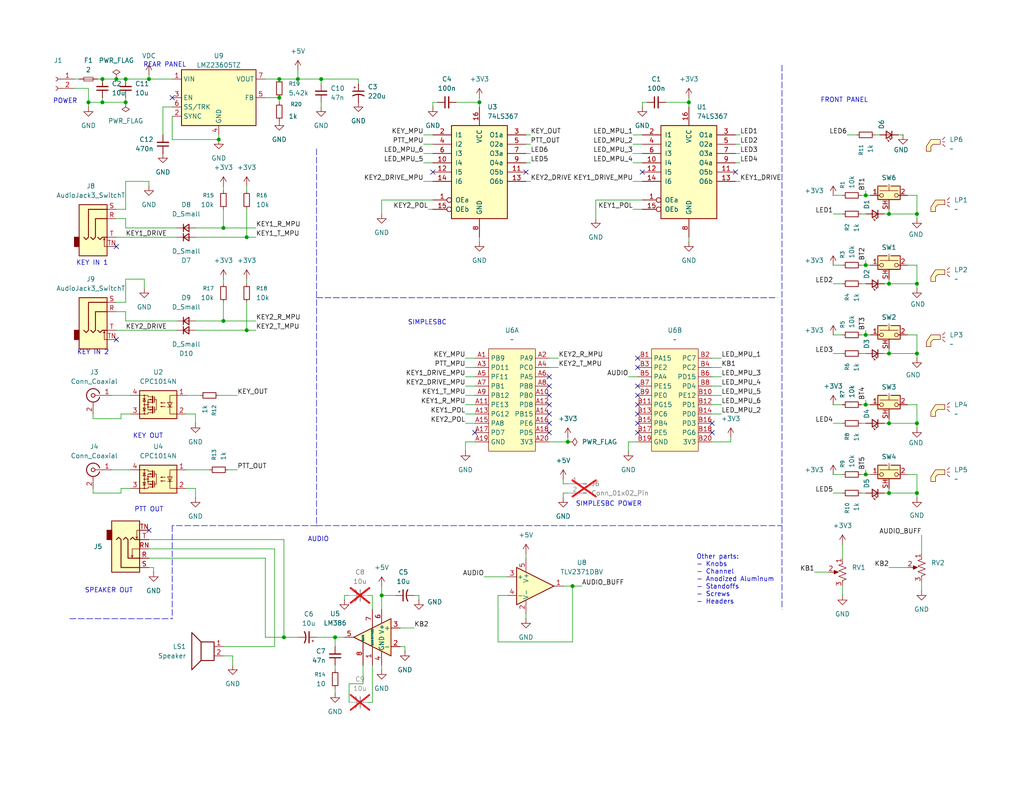
<source format=kicad_sch>
(kicad_sch (version 20250114) (generator "eeschema") (generator_version "9.0")
  (paper "USLetter")
  (text "SPEAKER OUT" (at 29.718 161.29 0) (effects (font (size 1.27 1.27))))
  (text "SIMPLESBC POWER" (at 166.116 137.668 0) (effects (font (size 1.27 1.27))))
  (text "KEY IN 1" (at 25.146 71.882 0) (effects (font (size 1.27 1.27))))
  (text "FRONT PANEL" (at 230.378 27.432 0) (effects (font (size 1.27 1.27))))
  (text "KEY OUT" (at 40.386 119.126 0) (effects (font (size 1.27 1.27))))
  (text "SIMPLESBC" (at 116.586 88.138 0) (effects (font (size 1.27 1.27))))
  (text "KEY IN 2" (at 25.4 96.266 0) (effects (font (size 1.27 1.27))))
  (text "REAR PANEL" (at 44.958 17.78 0) (effects (font (size 1.27 1.27))))
  (text "POWER" (at 17.78 27.686 0) (effects (font (size 1.27 1.27))))
  (text "PTT OUT" (at 40.64 139.192 0) (effects (font (size 1.27 1.27))))
  (text "Other parts:\n- Knobs\n- Channel\n- Anodized Aluminum\n- Standoffs\n- Screws\n- Headers" (at 189.992 158.242 0) (effects (font (size 1.27 1.27)) (justify left)))
  (text "AUDIO" (at 86.868 147.32 0) (effects (font (size 1.27 1.27))))
  (junction (at 91.44 173.99))
  (junction (at 250.19 58.42))
  (junction (at 242.57 96.52))
  (junction (at 236.22 53.34))
  (junction (at 77.47 173.99))
  (junction (at 130.81 27.94))
  (junction (at 40.64 21.59))
  (junction (at 59.69 38.1))
  (junction (at 34.29 27.94))
  (junction (at 27.94 27.94))
  (junction (at 236.22 129.54))
  (junction (at 67.31 90.17))
  (junction (at 104.14 162.56))
  (junction (at 242.57 134.62))
  (junction (at 250.19 77.47))
  (junction (at 31.75 21.59))
  (junction (at 67.31 64.77))
  (junction (at 236.22 72.39))
  (junction (at 87.63 21.59))
  (junction (at 236.22 110.49))
  (junction (at 60.96 87.63))
  (junction (at 76.2 21.59))
  (junction (at 60.96 62.23))
  (junction (at 250.19 115.57))
  (junction (at 154.94 120.65))
  (junction (at 81.28 21.59))
  (junction (at 187.96 27.94))
  (junction (at 34.29 21.59))
  (junction (at 27.94 21.59))
  (junction (at 242.57 115.57))
  (junction (at 76.2 26.67))
  (junction (at 242.57 58.42))
  (junction (at 24.13 27.94))
  (junction (at 156.21 160.02))
  (junction (at 250.19 96.52))
  (junction (at 250.19 134.62))
  (junction (at 242.57 77.47))
  (junction (at 236.22 91.44))
  (no_connect (at 194.31 115.57))
  (no_connect (at 149.86 110.49))
  (no_connect (at 173.99 105.41))
  (no_connect (at 194.31 118.11))
  (no_connect (at 173.99 118.11))
  (no_connect (at 149.86 105.41))
  (no_connect (at 31.75 92.71))
  (no_connect (at 173.99 110.49))
  (no_connect (at 173.99 113.03))
  (no_connect (at 149.86 118.11))
  (no_connect (at 149.86 107.95))
  (no_connect (at 31.75 67.31))
  (no_connect (at 40.64 144.78))
  (no_connect (at 173.99 107.95))
  (no_connect (at 143.51 46.99))
  (no_connect (at 149.86 115.57))
  (no_connect (at 149.86 102.87))
  (no_connect (at 118.11 46.99))
  (no_connect (at 200.66 46.99))
  (no_connect (at 46.99 26.67))
  (no_connect (at 129.54 118.11))
  (no_connect (at 173.99 115.57))
  (no_connect (at 175.26 46.99))
  (no_connect (at 173.99 97.79))
  (no_connect (at 173.99 100.33))
  (no_connect (at 149.86 113.03))
  (wire (pts (xy 25.4 113.03) (xy 25.4 114.3)))
  (wire (pts (xy 63.5 181.61) (xy 63.5 179.07)))
  (polyline (pts (xy 86.36 143.51) (xy 213.36 143.51)) (stroke (width 0) (type dash)))
  (wire (pts (xy 101.6 191.77) (xy 101.6 181.61)))
  (wire (pts (xy 60.96 87.63) (xy 69.85 87.63)))
  (wire (pts (xy 72.39 21.59) (xy 76.2 21.59)))
  (wire (pts (xy 251.46 158.75) (xy 251.46 161.29)))
  (wire (pts (xy 143.51 41.91) (xy 144.78 41.91)))
  (wire (pts (xy 72.39 152.4) (xy 72.39 173.99)))
  (wire (pts (xy 44.45 29.21) (xy 46.99 29.21)))
  (wire (pts (xy 59.69 36.83) (xy 59.69 38.1)))
  (wire (pts (xy 242.57 95.25) (xy 242.57 96.52)))
  (wire (pts (xy 113.03 171.45) (xy 109.22 171.45)))
  (wire (pts (xy 34.29 49.53) (xy 34.29 57.15)))
  (wire (pts (xy 115.57 41.91) (xy 118.11 41.91)))
  (wire (pts (xy 234.95 91.44) (xy 236.22 91.44)))
  (wire (pts (xy 100.33 191.77) (xy 101.6 191.77)))
  (wire (pts (xy 171.45 102.87) (xy 173.99 102.87)))
  (wire (pts (xy 27.94 26.67) (xy 27.94 27.94)))
  (wire (pts (xy 242.57 114.3) (xy 242.57 115.57)))
  (wire (pts (xy 60.96 87.63) (xy 53.34 87.63)))
  (wire (pts (xy 74.93 149.86) (xy 40.64 149.86)))
  (wire (pts (xy 77.47 173.99) (xy 81.28 173.99)))
  (wire (pts (xy 60.96 62.23) (xy 69.85 62.23)))
  (wire (pts (xy 250.19 116.84) (xy 250.19 115.57)))
  (wire (pts (xy 33.02 113.03) (xy 35.56 113.03)))
  (wire (pts (xy 194.31 100.33) (xy 196.85 100.33)))
  (wire (pts (xy 162.56 54.61) (xy 175.26 54.61)))
  (wire (pts (xy 234.95 72.39) (xy 236.22 72.39)))
  (wire (pts (xy 40.64 20.32) (xy 40.64 21.59)))
  (wire (pts (xy 251.46 146.05) (xy 251.46 151.13)))
  (wire (pts (xy 135.89 162.56) (xy 135.89 175.26)))
  (wire (pts (xy 250.19 77.47) (xy 250.19 72.39)))
  (wire (pts (xy 114.3 163.83) (xy 114.3 162.56)))
  (wire (pts (xy 187.96 27.94) (xy 187.96 29.21)))
  (wire (pts (xy 242.57 77.47) (xy 250.19 77.47)))
  (wire (pts (xy 234.95 110.49) (xy 236.22 110.49)))
  (wire (pts (xy 24.13 24.13) (xy 20.32 24.13)))
  (wire (pts (xy 35.56 128.27) (xy 30.48 128.27)))
  (wire (pts (xy 194.31 107.95) (xy 196.85 107.95)))
  (wire (pts (xy 227.33 96.52) (xy 229.87 96.52)))
  (wire (pts (xy 127 105.41) (xy 129.54 105.41)))
  (wire (pts (xy 124.46 27.94) (xy 130.81 27.94)))
  (wire (pts (xy 46.99 38.1) (xy 59.69 38.1)))
  (wire (pts (xy 250.19 58.42) (xy 250.19 53.34)))
  (wire (pts (xy 33.02 134.62) (xy 33.02 133.35)))
  (wire (pts (xy 149.86 100.33) (xy 152.4 100.33)))
  (wire (pts (xy 242.57 133.35) (xy 242.57 134.62)))
  (wire (pts (xy 91.44 187.96) (xy 91.44 189.23)))
  (wire (pts (xy 242.57 134.62) (xy 250.19 134.62)))
  (wire (pts (xy 130.81 64.77) (xy 130.81 66.04)))
  (wire (pts (xy 26.67 21.59) (xy 27.94 21.59)))
  (wire (pts (xy 114.3 162.56) (xy 113.03 162.56)))
  (wire (pts (xy 156.21 160.02) (xy 158.75 160.02)))
  (wire (pts (xy 130.81 26.67) (xy 130.81 27.94)))
  (wire (pts (xy 39.37 76.2) (xy 34.29 76.2)))
  (wire (pts (xy 242.57 76.2) (xy 242.57 77.47)))
  (wire (pts (xy 67.31 90.17) (xy 69.85 90.17)))
  (wire (pts (xy 40.64 49.53) (xy 40.64 50.8)))
  (wire (pts (xy 227.33 72.39) (xy 229.87 72.39)))
  (wire (pts (xy 91.44 173.99) (xy 91.44 176.53)))
  (wire (pts (xy 250.19 97.79) (xy 250.19 96.52)))
  (wire (pts (xy 81.28 19.05) (xy 81.28 21.59)))
  (wire (pts (xy 236.22 90.17) (xy 236.22 91.44)))
  (wire (pts (xy 24.13 29.21) (xy 24.13 27.94)))
  (wire (pts (xy 227.33 129.54) (xy 229.87 129.54)))
  (wire (pts (xy 199.39 120.65) (xy 194.31 120.65)))
  (wire (pts (xy 250.19 134.62) (xy 250.19 129.54)))
  (wire (pts (xy 199.39 119.38) (xy 199.39 120.65)))
  (wire (pts (xy 171.45 120.65) (xy 173.99 120.65)))
  (wire (pts (xy 194.31 113.03) (xy 196.85 113.03)))
  (wire (pts (xy 234.95 129.54) (xy 236.22 129.54)))
  (wire (pts (xy 226.06 156.21) (xy 222.25 156.21)))
  (wire (pts (xy 247.65 72.39) (xy 250.19 72.39)))
  (wire (pts (xy 156.21 175.26) (xy 156.21 160.02)))
  (wire (pts (xy 34.29 49.53) (xy 40.64 49.53)))
  (wire (pts (xy 34.29 87.63) (xy 48.26 87.63)))
  (wire (pts (xy 143.51 44.45) (xy 144.78 44.45)))
  (wire (pts (xy 236.22 129.54) (xy 237.49 129.54)))
  (wire (pts (xy 104.14 162.56) (xy 104.14 166.37)))
  (wire (pts (xy 172.72 41.91) (xy 175.26 41.91)))
  (wire (pts (xy 172.72 57.15) (xy 175.26 57.15)))
  (wire (pts (xy 236.22 91.44) (xy 237.49 91.44)))
  (wire (pts (xy 104.14 160.02) (xy 104.14 162.56)))
  (wire (pts (xy 236.22 110.49) (xy 237.49 110.49)))
  (wire (pts (xy 236.22 53.34) (xy 237.49 53.34)))
  (wire (pts (xy 238.76 36.83) (xy 240.03 36.83)))
  (wire (pts (xy 44.45 36.83) (xy 44.45 29.21)))
  (wire (pts (xy 241.3 134.62) (xy 242.57 134.62)))
  (wire (pts (xy 115.57 49.53) (xy 118.11 49.53)))
  (wire (pts (xy 67.31 57.15) (xy 67.31 64.77)))
  (wire (pts (xy 227.33 91.44) (xy 229.87 91.44)))
  (wire (pts (xy 143.51 39.37) (xy 144.78 39.37)))
  (wire (pts (xy 39.37 78.74) (xy 39.37 76.2)))
  (wire (pts (xy 63.5 179.07) (xy 60.96 179.07)))
  (wire (pts (xy 172.72 44.45) (xy 175.26 44.45)))
  (wire (pts (xy 60.96 57.15) (xy 60.96 62.23)))
  (wire (pts (xy 33.02 133.35) (xy 35.56 133.35)))
  (wire (pts (xy 154.94 132.08) (xy 153.67 132.08)))
  (wire (pts (xy 77.47 147.32) (xy 77.47 173.99)))
  (polyline (pts (xy 46.99 143.51) (xy 46.99 168.91)) (stroke (width 0) (type dash)))
  (wire (pts (xy 67.31 90.17) (xy 53.34 90.17)))
  (wire (pts (xy 27.94 21.59) (xy 31.75 21.59)))
  (wire (pts (xy 135.89 175.26) (xy 156.21 175.26)))
  (wire (pts (xy 241.3 115.57) (xy 242.57 115.57)))
  (wire (pts (xy 227.33 110.49) (xy 229.87 110.49)))
  (wire (pts (xy 62.23 128.27) (xy 64.77 128.27)))
  (wire (pts (xy 227.33 77.47) (xy 229.87 77.47)))
  (wire (pts (xy 143.51 49.53) (xy 144.78 49.53)))
  (wire (pts (xy 245.11 36.83) (xy 246.38 36.83)))
  (wire (pts (xy 127 100.33) (xy 129.54 100.33)))
  (wire (pts (xy 87.63 21.59) (xy 87.63 22.86)))
  (wire (pts (xy 76.2 26.67) (xy 76.2 27.94)))
  (wire (pts (xy 200.66 41.91) (xy 201.93 41.91)))
  (wire (pts (xy 130.81 27.94) (xy 130.81 29.21)))
  (wire (pts (xy 236.22 72.39) (xy 237.49 72.39)))
  (wire (pts (xy 175.26 27.94) (xy 176.53 27.94)))
  (wire (pts (xy 250.19 96.52) (xy 250.19 91.44)))
  (wire (pts (xy 247.65 129.54) (xy 250.19 129.54)))
  (wire (pts (xy 24.13 27.94) (xy 24.13 24.13)))
  (wire (pts (xy 116.84 57.15) (xy 118.11 57.15)))
  (polyline (pts (xy 86.36 40.64) (xy 86.36 143.51)) (stroke (width 0) (type dash)))
  (wire (pts (xy 187.96 26.67) (xy 187.96 27.94)))
  (wire (pts (xy 227.33 58.42) (xy 229.87 58.42)))
  (wire (pts (xy 153.67 130.81) (xy 153.67 132.08)))
  (wire (pts (xy 67.31 64.77) (xy 53.34 64.77)))
  (wire (pts (xy 50.8 128.27) (xy 57.15 128.27)))
  (wire (pts (xy 247.65 53.34) (xy 250.19 53.34)))
  (wire (pts (xy 234.95 134.62) (xy 236.22 134.62)))
  (wire (pts (xy 236.22 109.22) (xy 236.22 110.49)))
  (wire (pts (xy 107.95 162.56) (xy 104.14 162.56)))
  (wire (pts (xy 250.19 78.74) (xy 250.19 77.47)))
  (wire (pts (xy 231.14 36.83) (xy 233.68 36.83)))
  (wire (pts (xy 138.43 162.56) (xy 135.89 162.56)))
  (wire (pts (xy 127 102.87) (xy 129.54 102.87)))
  (wire (pts (xy 104.14 181.61) (xy 104.14 182.88)))
  (wire (pts (xy 234.95 115.57) (xy 236.22 115.57)))
  (wire (pts (xy 104.14 54.61) (xy 104.14 58.42)))
  (wire (pts (xy 93.98 163.83) (xy 93.98 162.56)))
  (wire (pts (xy 41.91 154.94) (xy 41.91 156.21)))
  (wire (pts (xy 149.86 97.79) (xy 152.4 97.79)))
  (wire (pts (xy 93.98 162.56) (xy 95.25 162.56)))
  (wire (pts (xy 76.2 21.59) (xy 81.28 21.59)))
  (wire (pts (xy 60.96 50.8) (xy 60.96 52.07)))
  (wire (pts (xy 86.36 173.99) (xy 91.44 173.99)))
  (wire (pts (xy 53.34 133.35) (xy 53.34 135.89)))
  (wire (pts (xy 100.33 162.56) (xy 101.6 162.56)))
  (polyline (pts (xy 213.36 17.78) (xy 213.36 166.37)) (stroke (width 0) (type dash)))
  (wire (pts (xy 99.06 181.61) (xy 99.06 186.69)))
  (wire (pts (xy 241.3 77.47) (xy 242.57 77.47)))
  (wire (pts (xy 143.51 36.83) (xy 144.78 36.83)))
  (wire (pts (xy 93.98 173.99) (xy 91.44 173.99)))
  (wire (pts (xy 31.75 57.15) (xy 34.29 57.15)))
  (wire (pts (xy 115.57 36.83) (xy 118.11 36.83)))
  (wire (pts (xy 74.93 149.86) (xy 74.93 176.53)))
  (wire (pts (xy 59.69 107.95) (xy 64.77 107.95)))
  (wire (pts (xy 72.39 26.67) (xy 76.2 26.67)))
  (wire (pts (xy 40.64 21.59) (xy 46.99 21.59)))
  (wire (pts (xy 153.67 135.89) (xy 153.67 134.62)))
  (wire (pts (xy 25.4 134.62) (xy 33.02 134.62)))
  (wire (pts (xy 241.3 58.42) (xy 242.57 58.42)))
  (wire (pts (xy 234.95 77.47) (xy 236.22 77.47)))
  (wire (pts (xy 143.51 151.13) (xy 143.51 152.4)))
  (wire (pts (xy 154.94 119.38) (xy 154.94 120.65)))
  (wire (pts (xy 227.33 134.62) (xy 229.87 134.62)))
  (wire (pts (xy 67.31 50.8) (xy 67.31 52.07)))
  (wire (pts (xy 127 97.79) (xy 129.54 97.79)))
  (wire (pts (xy 34.29 59.69) (xy 34.29 62.23)))
  (wire (pts (xy 35.56 107.95) (xy 30.48 107.95)))
  (wire (pts (xy 127 110.49) (xy 129.54 110.49)))
  (wire (pts (xy 153.67 160.02) (xy 156.21 160.02)))
  (wire (pts (xy 200.66 44.45) (xy 201.93 44.45)))
  (wire (pts (xy 25.4 114.3) (xy 33.02 114.3)))
  (wire (pts (xy 236.22 52.07) (xy 236.22 53.34)))
  (wire (pts (xy 172.72 36.83) (xy 175.26 36.83)))
  (wire (pts (xy 247.65 110.49) (xy 250.19 110.49)))
  (wire (pts (xy 175.26 29.21) (xy 175.26 27.94)))
  (wire (pts (xy 162.56 54.61) (xy 162.56 59.69)))
  (wire (pts (xy 95.25 186.69) (xy 95.25 191.77)))
  (wire (pts (xy 172.72 49.53) (xy 175.26 49.53)))
  (wire (pts (xy 236.22 71.12) (xy 236.22 72.39)))
  (wire (pts (xy 234.95 96.52) (xy 236.22 96.52)))
  (wire (pts (xy 229.87 148.59) (xy 229.87 152.4)))
  (wire (pts (xy 25.4 133.35) (xy 25.4 134.62)))
  (wire (pts (xy 242.57 57.15) (xy 242.57 58.42)))
  (wire (pts (xy 247.65 91.44) (xy 250.19 91.44)))
  (wire (pts (xy 194.31 102.87) (xy 196.85 102.87)))
  (wire (pts (xy 200.66 49.53) (xy 201.93 49.53)))
  (wire (pts (xy 194.31 105.41) (xy 196.85 105.41)))
  (wire (pts (xy 181.61 27.94) (xy 187.96 27.94)))
  (wire (pts (xy 127 120.65) (xy 129.54 120.65)))
  (wire (pts (xy 115.57 44.45) (xy 118.11 44.45)))
  (wire (pts (xy 81.28 21.59) (xy 87.63 21.59)))
  (wire (pts (xy 27.94 27.94) (xy 34.29 27.94)))
  (wire (pts (xy 143.51 167.64) (xy 143.51 168.91)))
  (wire (pts (xy 24.13 27.94) (xy 27.94 27.94)))
  (wire (pts (xy 60.96 176.53) (xy 74.93 176.53)))
  (wire (pts (xy 242.57 115.57) (xy 250.19 115.57)))
  (polyline (pts (xy 19.05 168.91) (xy 46.99 168.91)) (stroke (width 0) (type dash)))
  (wire (pts (xy 171.45 123.19) (xy 171.45 120.65)))
  (wire (pts (xy 118.11 27.94) (xy 119.38 27.94)))
  (polyline (pts (xy 86.36 81.28) (xy 212.09 81.28)) (stroke (width 0) (type dash)))
  (wire (pts (xy 60.96 76.2) (xy 60.96 77.47)))
  (wire (pts (xy 40.64 147.32) (xy 77.47 147.32)))
  (wire (pts (xy 67.31 82.55) (xy 67.31 90.17)))
  (wire (pts (xy 34.29 76.2) (xy 34.29 82.55)))
  (wire (pts (xy 31.75 21.59) (xy 34.29 21.59)))
  (wire (pts (xy 99.06 186.69) (xy 95.25 186.69)))
  (wire (pts (xy 31.75 64.77) (xy 48.26 64.77)))
  (wire (pts (xy 53.34 113.03) (xy 53.34 115.57)))
  (wire (pts (xy 236.22 128.27) (xy 236.22 129.54)))
  (wire (pts (xy 20.32 21.59) (xy 21.59 21.59)))
  (wire (pts (xy 242.57 96.52) (xy 250.19 96.52)))
  (wire (pts (xy 104.14 54.61) (xy 118.11 54.61)))
  (wire (pts (xy 31.75 85.09) (xy 34.29 85.09)))
  (wire (pts (xy 194.31 110.49) (xy 196.85 110.49)))
  (wire (pts (xy 200.66 36.83) (xy 201.93 36.83)))
  (wire (pts (xy 187.96 64.77) (xy 187.96 66.04)))
  (wire (pts (xy 115.57 39.37) (xy 118.11 39.37)))
  (wire (pts (xy 31.75 82.55) (xy 34.29 82.55)))
  (wire (pts (xy 110.49 176.53) (xy 109.22 176.53)))
  (wire (pts (xy 250.19 135.89) (xy 250.19 134.62)))
  (wire (pts (xy 31.75 59.69) (xy 34.29 59.69)))
  (wire (pts (xy 127 113.03) (xy 129.54 113.03)))
  (wire (pts (xy 250.19 59.69) (xy 250.19 58.42)))
  (wire (pts (xy 127 115.57) (xy 129.54 115.57)))
  (wire (pts (xy 34.29 26.67) (xy 34.29 27.94)))
  (wire (pts (xy 60.96 62.23) (xy 53.34 62.23)))
  (wire (pts (xy 34.29 21.59) (xy 40.64 21.59)))
  (wire (pts (xy 34.29 85.09) (xy 34.29 87.63)))
  (wire (pts (xy 31.75 90.17) (xy 48.26 90.17)))
  (wire (pts (xy 54.61 107.95) (xy 50.8 107.95)))
  (wire (pts (xy 241.3 96.52) (xy 242.57 96.52)))
  (wire (pts (xy 87.63 21.59) (xy 97.79 21.59)))
  (wire (pts (xy 227.33 115.57) (xy 229.87 115.57)))
  (wire (pts (xy 97.79 21.59) (xy 97.79 22.86)))
  (wire (pts (xy 132.08 157.48) (xy 138.43 157.48)))
  (wire (pts (xy 87.63 27.94) (xy 87.63 29.21)))
  (wire (pts (xy 118.11 29.21) (xy 118.11 27.94)))
  (wire (pts (xy 229.87 160.02) (xy 229.87 162.56)))
  (polyline (pts (xy 86.36 143.51) (xy 46.99 143.51)) (stroke (width 0) (type dash)))
  (wire (pts (xy 194.31 97.79) (xy 196.85 97.79)))
  (wire (pts (xy 46.99 31.75) (xy 46.99 38.1)))
  (wire (pts (xy 60.96 82.55) (xy 60.96 87.63)))
  (wire (pts (xy 200.66 39.37) (xy 201.93 39.37)))
  (wire (pts (xy 154.94 120.65) (xy 149.86 120.65)))
  (wire (pts (xy 234.95 58.42) (xy 236.22 58.42)))
  (wire (pts (xy 227.33 53.34) (xy 229.87 53.34)))
  (wire (pts (xy 242.57 58.42) (xy 250.19 58.42)))
  (wire (pts (xy 172.72 39.37) (xy 175.26 39.37)))
  (wire (pts (xy 50.8 133.35) (xy 53.34 133.35)))
  (wire (pts (xy 34.29 62.23) (xy 48.26 62.23)))
  (wire (pts (xy 110.49 177.8) (xy 110.49 176.53)))
  (wire (pts (xy 127 123.19) (xy 127 120.65)))
  (wire (pts (xy 40.64 152.4) (xy 72.39 152.4)))
  (wire (pts (xy 91.44 181.61) (xy 91.44 182.88)))
  (wire (pts (xy 101.6 162.56) (xy 101.6 166.37)))
  (wire (pts (xy 40.64 154.94) (xy 41.91 154.94)))
  (wire (pts (xy 67.31 76.2) (xy 67.31 77.47)))
  (wire (pts (xy 127 107.95) (xy 129.54 107.95)))
  (wire (pts (xy 33.02 114.3) (xy 33.02 113.03)))
  (wire (pts (xy 247.65 154.94) (xy 242.57 154.94)))
  (wire (pts (xy 50.8 113.03) (xy 53.34 113.03)))
  (wire (pts (xy 234.95 53.34) (xy 236.22 53.34)))
  (wire (pts (xy 250.19 115.57) (xy 250.19 110.49)))
  (wire (pts (xy 67.31 64.77) (xy 69.85 64.77)))
  (wire (pts (xy 72.39 173.99) (xy 77.47 173.99)))
  (wire (pts (xy 153.67 134.62) (xy 154.94 134.62)))
  (label "LED_MPU_4" (at 196.85 105.41 0))
  (label "LED5" (at 144.78 44.45 0))
  (label "LED4" (at 227.33 115.57 180))
  (label "LED_MPU_5" (at 115.57 44.45 180))
  (label "KEY_OUT" (at 144.78 36.83 0))
  (label "KEY2_DRIVE" (at 144.78 49.53 0))
  (label "BT3" (at 236.22 90.17 90))
  (label "KB1" (at 196.85 100.33 0))
  (label "KEY2_DRIVE_MPU" (at 127 105.41 180))
  (label "KEY1_DRIVE_MPU" (at 127 102.87 180))
  (label "PTT_MPU" (at 115.57 39.37 180))
  (label "LED_MPU_1" (at 196.85 97.79 0))
  (label "KEY2_T_MPU" (at 69.85 90.17 0))
  (label "PTT_OUT" (at 64.77 128.27 0))
  (label "KEY1_T_MPU" (at 127 107.95 180))
  (label "LED2" (at 201.93 39.37 0))
  (label "BT5" (at 236.22 128.27 90))
  (label "KEY2_POL" (at 127 115.57 180))
  (label "AUDIO" (at 171.45 102.87 180))
  (label "KEY1_T_MPU" (at 69.85 64.77 0))
  (label "KEY2_DRIVE" (at 34.29 90.17 0))
  (label "LED_MPU_2" (at 196.85 113.03 0))
  (label "LED6" (at 231.14 36.83 180))
  (label "KEY2_R_MPU" (at 69.85 87.63 0))
  (label "KB2" (at 113.03 171.45 0))
  (label "KEY2_POL" (at 116.84 57.15 180))
  (label "LED1" (at 201.93 36.83 0))
  (label "LED5" (at 227.33 134.62 180))
  (label "AUDIO" (at 132.08 157.48 180))
  (label "PTT_OUT" (at 144.78 39.37 0))
  (label "AUDIO_BUFF" (at 251.46 146.05 180))
  (label "LED6" (at 144.78 41.91 0))
  (label "PTT_MPU" (at 127 100.33 180))
  (label "LED1" (at 227.33 58.42 180))
  (label "KEY1_DRIVE" (at 34.29 64.77 0))
  (label "KEY1_DRIVE" (at 201.93 49.53 0))
  (label "LED_MPU_3" (at 196.85 102.87 0))
  (label "KEY_MPU" (at 127 97.79 180))
  (label "BT2" (at 236.22 71.12 90))
  (label "LED_MPU_5" (at 196.85 107.95 0))
  (label "LED_MPU_4" (at 172.72 44.45 180))
  (label "KEY1_POL" (at 172.72 57.15 180))
  (label "KEY_OUT" (at 64.77 107.95 0))
  (label "BT1" (at 236.22 52.07 90))
  (label "KB2" (at 242.57 154.94 180))
  (label "LED_MPU_2" (at 172.72 39.37 180))
  (label "KEY_MPU" (at 115.57 36.83 180))
  (label "KB1" (at 222.25 156.21 180))
  (label "KEY1_POL" (at 127 113.03 180))
  (label "AUDIO_BUFF" (at 158.75 160.02 0))
  (label "KEY1_DRIVE_MPU" (at 172.72 49.53 180))
  (label "LED3" (at 227.33 96.52 180))
  (label "KEY1_R_MPU" (at 69.85 62.23 0))
  (label "LED_MPU_1" (at 172.72 36.83 180))
  (label "KEY1_R_MPU" (at 127 110.49 180))
  (label "LED_MPU_6" (at 196.85 110.49 0))
  (label "LED4" (at 201.93 44.45 0))
  (label "LED_MPU_6" (at 115.57 41.91 180))
  (label "KEY2_R_MPU" (at 152.4 97.79 0))
  (label "KEY2_T_MPU" (at 152.4 100.33 0))
  (label "LED3" (at 201.93 41.91 0))
  (label "LED_MPU_3" (at 172.72 41.91 180))
  (label "KEY2_DRIVE_MPU" (at 115.57 49.53 180))
  (label "BT4" (at 236.22 109.22 90))
  (label "LED2" (at 227.33 77.47 180))
  (symbol (lib_id "SimpleSBC:SIMPLESBC") (at 139.7 95.25 0) (unit 1)
    (property "Reference" "U6" (at 139.7 90.17 0))
    (property "Value" "~" (at 139.7 92.71 0))
    (property "Footprint" "Keyer:SimpleSBC" (effects (hide yes)))
    (property "Digikey PN" "1212-1247-ND" (effects (hide yes)))
  )
  (symbol (lib_id "power:GND") (at 171.45 123.19 0) (mirror y) (unit 1)
    (property "Reference" "#PWR042" (effects (hide yes)))
    (property "Value" "GND" (at 171.45 128.27 0))
    (property "Description" "Power symbol creates a global label with name \"GND\" , ground" (effects (hide yes)))
  )
  (symbol (lib_id "power:GND") (at 175.26 29.21 0) (unit 1)
    (property "Reference" "#PWR015" (effects (hide yes)))
    (property "Value" "GND" (at 175.26 34.29 0))
    (property "Description" "Power symbol creates a global label with name \"GND\" , ground" (effects (hide yes)))
  )
  (symbol (lib_id "74xx:74LS367") (at 187.96 46.99 0) (unit 1)
    (property "Reference" "U1" (at 190.1033 29.21 0) (effects (justify left)))
    (property "Value" "74LS367" (at 190.1033 31.75 0) (effects (justify left)))
    (property "Footprint" "Package_SO:SOP-16_3.9x9.9mm_P1.27mm" (effects (hide yes)))
    (property "Datasheet" "http://www.ti.com/lit/gpn/sn74LS367" (effects (hide yes)))
    (property "Description" "Hex Bus Driver 3-state outputs" (effects (hide yes)))
    (property "Digikey PN" "296-14849-1-ND" (effects (hide yes)))
  )
  (symbol (lib_id "power:GND") (at 53.34 115.57 0) (unit 1)
    (property "Reference" "#PWR021" (effects (hide yes)))
    (property "Value" "GND" (at 53.34 120.65 0))
    (property "Description" "Power symbol creates a global label with name \"GND\" , ground" (effects (hide yes)))
  )
  (symbol (lib_id "Connector:Conn_Coaxial") (at 25.4 107.95 0) (mirror y) (unit 1)
    (property "Reference" "J3" (at 25.7174 101.6 0))
    (property "Value" "Conn_Coaxial" (at 25.7174 104.14 0))
    (property "Footprint" "Keyer:CUI_RCJ-041" (effects (hide yes)))
    (property "Description" "coaxial connector (BNC, SMA, SMB, SMC, Cinch/RCA, LEMO, ...)" (effects (hide yes)))
    (property "Digikey PN" "CP-1418-ND" (effects (hide yes)))
  )
  (symbol (lib_id "Device:R_Small") (at 232.41 53.34 90) (mirror x) (unit 1)
    (property "Reference" "R1" (at 229.87 51.562 0) (effects (font (size 1.016 1.016)) (justify right)))
    (property "Value" "10k" (at 232.41 51.562 0) (effects (justify right)))
    (property "Footprint" "Resistor_SMD:R_0603_1608Metric" (effects (hide yes)))
    (property "Description" "Resistor, small symbol" (effects (hide yes)))
    (property "Digikey PN" "RMCF0603FT10K0CT-ND" (effects (hide yes)))
  )
  (symbol (lib_id "Switch:SW_Push_Shielded") (at 242.57 110.49 0) (unit 1)
    (property "Reference" "SW3" (at 242.57 105.664 0))
    (property "Value" "SW_Push_Shielded" (effects (hide yes)))
    (property "Footprint" "Keyer:4312560837X6" (effects (hide yes)))
    (property "Description" "Generic push-button switch, two contact pins and shield pin(s)" (effects (hide yes)))
    (property "Digikey PN" "431256083716-ND" (effects (hide yes)))
  )
  (symbol (lib_id "power:GND") (at 250.19 97.79 0) (mirror y) (unit 1)
    (property "Reference" "#PWR08" (effects (hide yes)))
    (property "Value" "GND" (at 251.206 102.362 0) (effects (justify left)))
    (property "Description" "Power symbol creates a global label with name \"GND\" , ground" (effects (hide yes)))
  )
  (symbol (lib_id "Device:R_Small") (at 232.41 115.57 90) (unit 1)
    (property "Reference" "R8" (at 231.1399 118.11 0) (effects (font (size 1.016 1.016)) (justify right)))
    (property "Value" "1k" (at 233.6799 118.11 0) (effects (justify right)))
    (property "Footprint" "Resistor_SMD:R_0603_1608Metric" (effects (hide yes)))
    (property "Description" "Resistor, small symbol" (effects (hide yes)))
    (property "Digikey PN" "541-1.00KHCT-ND" (effects (hide yes)))
  )
  (symbol (lib_id "Relay_SolidState:CPC1106N") (at 43.18 110.49 0) (mirror y) (unit 1)
    (property "Reference" "U2" (at 43.18 101.6 0))
    (property "Value" "CPC1014N" (at 43.18 104.14 0))
    (property "Footprint" "Package_SO:SOP-4_3.8x4.1mm_P2.54mm" (effects (hide yes)))
    (property "Datasheet" "https://www.littelfuse.com/assetdocs/littelfuse-integrated-circuits-cpc1106n-datasheet?assetguid=700e8e37-bfc3-4023-a153-1c031d201fce" (effects (hide yes)))
    (property "Description" "Form B, Solid State Relay (Photo MOSFET) 60V, 0.075A, 10Ohm, AC/DC, SO-4" (effects (hide yes)))
    (property "Digikey PN" "CPC1014N-ND" (effects (hide yes)))
  )
  (symbol (lib_id "power:+5V") (at 104.14 160.02 0) (mirror y) (unit 1)
    (property "Reference" "#PWR028" (effects (hide yes)))
    (property "Value" "+5V" (at 104.14 154.94 0))
    (property "Description" "Power symbol creates a global label with name \"+5V\"" (effects (hide yes)))
  )
  (symbol (lib_id "Device:LED_Small") (at 238.76 96.52 180) (unit 1)
    (property "Reference" "D3" (at 236.474 95.25 90) (effects (justify right)))
    (property "Value" "LED_Small" (effects (hide yes)))
    (property "Footprint" "LED_SMD:LED_0603_1608Metric" (effects (hide yes)))
    (property "Description" "Light emitting diode, small symbol" (effects (hide yes)))
    (property "Sim.Pin" "1=K 2=A" (effects (hide yes)))
  )
  (symbol (lib_id "Device:R_Potentiometer_US") (at 251.46 154.94 0) (mirror y) (unit 1)
    (property "Reference" "RV2" (at 254 153.6699 0) (effects (justify right)))
    (property "Value" "R_Potentiometer_US" (effects (hide yes)))
    (property "Footprint" "Keyer:POT_PTN16-A01120K1B1" (effects (hide yes)))
    (property "Description" "Potentiometer, US symbol" (effects (hide yes)))
    (property "Digikey PN" "2223-PTN16-A01120K1B1-ND" (effects (hide yes)))
  )
  (symbol (lib_id "power:+3V3") (at 130.81 26.67 0) (unit 1)
    (property "Reference" "#PWR025" (effects (hide yes)))
    (property "Value" "+3V3" (at 130.81 21.59 0))
    (property "Description" "Power symbol creates a global label with name \"+3V3\"" (effects (hide yes)))
  )
  (symbol (lib_id "Connector_Audio:AudioJack3_SwitchT") (at 26.67 59.69 0) (unit 1)
    (property "Reference" "J8" (at 24.765 50.8 0))
    (property "Value" "AudioJack3_SwitchT" (at 24.765 53.34 0))
    (property "Footprint" "Keyer:SJ-63063B" (effects (hide yes)))
    (property "Description" "Audio Jack, 3 Poles (Stereo / TRS), Switched T Pole (Normalling)" (effects (hide yes)))
    (property "Digikey PN" "2223-SJ-63063B-ND" (effects (hide yes)))
  )
  (symbol (lib_id "power:GND") (at 44.45 41.91 0) (unit 1)
    (property "Reference" "#PWR053" (effects (hide yes)))
    (property "Value" "GND" (at 44.45 46.99 0))
    (property "Description" "Power symbol creates a global label with name \"GND\" , ground" (effects (hide yes)))
  )
  (symbol (lib_id "Connector:Conn_01x02_Socket") (at 15.24 21.59 0) (mirror y) (unit 1)
    (property "Reference" "J1" (at 15.875 16.51 0))
    (property "Value" "Conn_01x02_Socket" (effects (hide yes)))
    (property "Footprint" "Keyer:Powerpole_1x2" (effects (hide yes)))
    (property "Description" "Generic connector, single row, 01x02, script generated" (effects (hide yes)))
    (property "Digikey PN" "2243-ASMPR45-1X2-RK-ND" (effects (hide yes)))
  )
  (symbol (lib_id "Device:R_Small") (at 232.41 72.39 90) (mirror x) (unit 1)
    (property "Reference" "R3" (at 229.87 70.612 0) (effects (font (size 1.016 1.016)) (justify right)))
    (property "Value" "10k" (at 232.41 70.612 0) (effects (justify right)))
    (property "Footprint" "Resistor_SMD:R_0603_1608Metric" (effects (hide yes)))
    (property "Description" "Resistor, small symbol" (effects (hide yes)))
    (property "Digikey PN" "RMCF0603FT10K0CT-ND" (effects (hide yes)))
  )
  (symbol (lib_id "Device:R_Small") (at 59.69 128.27 90) (mirror x) (unit 1)
    (property "Reference" "R13" (at 58.4199 125.73 0) (effects (font (size 1.016 1.016)) (justify right)))
    (property "Value" "1k" (at 60.9599 125.73 0) (effects (justify right)))
    (property "Footprint" "Resistor_SMD:R_0603_1608Metric" (effects (hide yes)))
    (property "Description" "Resistor, small symbol" (effects (hide yes)))
    (property "Digikey PN" "541-1.00KHCT-ND" (effects (hide yes)))
  )
  (symbol (lib_id "Device:R_Small") (at 60.96 80.01 0) (unit 1)
    (property "Reference" "R17" (at 58.42 78.7399 0) (effects (font (size 1.016 1.016)) (justify right)))
    (property "Value" "10k" (at 58.42 81.2799 0) (effects (justify right)))
    (property "Footprint" "Resistor_SMD:R_0603_1608Metric" (effects (hide yes)))
    (property "Description" "Resistor, small symbol" (effects (hide yes)))
    (property "Digikey PN" "RMCF0603FT10K0CT-ND" (effects (hide yes)))
  )
  (symbol (lib_id "Device:LED_Small") (at 238.76 134.62 180) (unit 1)
    (property "Reference" "D5" (at 236.474 133.35 90) (effects (justify right)))
    (property "Value" "LED_Small" (effects (hide yes)))
    (property "Footprint" "LED_SMD:LED_0603_1608Metric" (effects (hide yes)))
    (property "Description" "Light emitting diode, small symbol" (effects (hide yes)))
    (property "Sim.Pin" "1=K 2=A" (effects (hide yes)))
  )
  (symbol (lib_id "power:GND") (at 104.14 182.88 0) (mirror y) (unit 1)
    (property "Reference" "#PWR031" (effects (hide yes)))
    (property "Value" "GND" (at 104.14 187.96 0))
    (property "Description" "Power symbol creates a global label with name \"GND\" , ground" (effects (hide yes)))
  )
  (symbol (lib_id "Keyer:Light_Pipe") (at 254 73.66 0) (unit 1)
    (property "Reference" "LP2" (at 260.35 73.6599 0) (effects (justify left)))
    (property "Value" "~" (at 260.35 76.1999 0) (effects (justify left)))
    (property "Footprint" "Keyer:SLP3-500-450-R" (effects (hide yes)))
    (property "Digikey PN" "SLP3-500-450-R-ND" (effects (hide yes)))
  )
  (symbol (lib_id "Device:R_Small") (at 67.31 80.01 0) (mirror y) (unit 1)
    (property "Reference" "R18" (at 69.85 78.7399 0) (effects (font (size 1.016 1.016)) (justify right)))
    (property "Value" "10k" (at 69.85 81.2799 0) (effects (justify right)))
    (property "Footprint" "Resistor_SMD:R_0603_1608Metric" (effects (hide yes)))
    (property "Description" "Resistor, small symbol" (effects (hide yes)))
    (property "Digikey PN" "RMCF0603FT10K0CT-ND" (effects (hide yes)))
  )
  (symbol (lib_id "power:GND") (at 53.34 135.89 0) (unit 1)
    (property "Reference" "#PWR027" (effects (hide yes)))
    (property "Value" "GND" (at 53.34 140.97 0))
    (property "Description" "Power symbol creates a global label with name \"GND\" , ground" (effects (hide yes)))
  )
  (symbol (lib_id "Amplifier_Audio:LM386") (at 101.6 173.99 0) (mirror y) (unit 1)
    (property "Reference" "U5" (at 91.44 167.5698 0))
    (property "Value" "LM386" (at 91.44 170.1098 0))
    (property "Footprint" "Package_SO:SOIC-8_3.9x4.9mm_P1.27mm" (effects (hide yes)))
    (property "Datasheet" "http://www.ti.com/lit/ds/symlink/lm386.pdf" (effects (hide yes)))
    (property "Description" "Low Voltage Audio Power Amplifier, DIP-8/SOIC-8/SSOP-8" (effects (hide yes)))
    (property "Digikey PN" "LM386MX-1/NOPBCT-ND" (effects (hide yes)))
  )
  (symbol (lib_id "Device:C_Small") (at 44.45 39.37 0) (mirror x) (unit 1)
    (property "Reference" "C12" (at 41.91 38.0935 0) (effects (justify right)))
    (property "Value" "470n" (at 41.91 40.6335 0) (effects (justify right)))
    (property "Footprint" "Capacitor_SMD:C_0603_1608Metric" (effects (hide yes)))
    (property "Description" "Unpolarized capacitor, small symbol" (effects (hide yes)))
    (property "Digikey PN" "490-3291-1-ND" (effects (hide yes)))
  )
  (symbol (lib_id "power:GND") (at 110.49 177.8 0) (mirror y) (unit 1)
    (property "Reference" "#PWR033" (effects (hide yes)))
    (property "Value" "GND" (at 110.49 182.88 0))
    (property "Description" "Power symbol creates a global label with name \"GND\" , ground" (effects (hide yes)))
  )
  (symbol (lib_id "power:GND") (at 24.13 29.21 0) (unit 1)
    (property "Reference" "#PWR019" (effects (hide yes)))
    (property "Value" "GND" (at 24.13 34.29 0))
    (property "Description" "Power symbol creates a global label with name \"GND\" , ground" (effects (hide yes)))
  )
  (symbol (lib_id "Device:D_Small") (at 50.8 90.17 0) (mirror x) (unit 1)
    (property "Reference" "D10" (at 50.8 96.52 0))
    (property "Value" "D_Small" (at 50.8 93.98 0))
    (property "Footprint" "Diode_SMD:D_SOD-323" (effects (hide yes)))
    (property "Description" "Diode, small symbol" (effects (hide yes)))
    (property "Sim.Device" "D" (effects (hide yes)))
    (property "Sim.Pins" "1=K 2=A" (effects (hide yes)))
    (property "Digikey PN" "1N4148WXTPMSCT-ND" (effects (hide yes)))
  )
  (symbol (lib_id "Device:LED_Small") (at 242.57 36.83 180) (unit 1)
    (property "Reference" "D6" (at 240.538 35.306 90) (effects (justify right)))
    (property "Value" "LED_Small" (effects (hide yes)))
    (property "Footprint" "LED_SMD:LED_0603_1608Metric" (effects (hide yes)))
    (property "Description" "Light emitting diode, small symbol" (effects (hide yes)))
    (property "Sim.Pin" "1=K 2=A" (effects (hide yes)))
  )
  (symbol (lib_id "Device:C_Small") (at 91.44 179.07 0) (mirror x) (unit 1)
    (property "Reference" "C7" (at 88.9 177.7935 0) (effects (justify right)))
    (property "Value" "47n" (at 88.9 180.3335 0) (effects (justify right)))
    (property "Footprint" "Capacitor_SMD:C_0603_1608Metric" (effects (hide yes)))
    (property "Description" "Unpolarized capacitor, small symbol" (effects (hide yes)))
    (property "Digikey PN" "490-5854-1-ND" (effects (hide yes)))
  )
  (symbol (lib_id "Device:R_Small") (at 232.41 77.47 90) (unit 1)
    (property "Reference" "R4" (at 231.1399 80.01 0) (effects (font (size 1.016 1.016)) (justify right)))
    (property "Value" "1k" (at 233.6799 80.01 0) (effects (justify right)))
    (property "Footprint" "Resistor_SMD:R_0603_1608Metric" (effects (hide yes)))
    (property "Description" "Resistor, small symbol" (effects (hide yes)))
    (property "Digikey PN" "541-1.00KHCT-ND" (effects (hide yes)))
  )
  (symbol (lib_id "Device:D_Small") (at 50.8 87.63 0) (unit 1)
    (property "Reference" "D9" (at 50.8 81.28 0))
    (property "Value" "D_Small" (at 50.8 83.82 0))
    (property "Footprint" "Diode_SMD:D_SOD-323" (effects (hide yes)))
    (property "Description" "Diode, small symbol" (effects (hide yes)))
    (property "Sim.Device" "D" (effects (hide yes)))
    (property "Sim.Pins" "1=K 2=A" (effects (hide yes)))
    (property "Digikey PN" "1N4148WXTPMSCT-ND" (effects (hide yes)))
  )
  (symbol (lib_id "power:GND") (at 250.19 116.84 0) (mirror y) (unit 1)
    (property "Reference" "#PWR010" (effects (hide yes)))
    (property "Value" "GND" (at 251.968 120.904 0) (effects (justify left)))
    (property "Description" "Power symbol creates a global label with name \"GND\" , ground" (effects (hide yes)))
  )
  (symbol (lib_id "power:GND") (at 97.79 27.94 0) (unit 1)
    (property "Reference" "#PWR052" (effects (hide yes)))
    (property "Value" "GND" (at 97.79 33.02 0))
    (property "Description" "Power symbol creates a global label with name \"GND\" , ground" (effects (hide yes)))
  )
  (symbol (lib_id "Device:R_Small") (at 91.44 185.42 0) (unit 1)
    (property "Reference" "R14" (at 88.9 184.1499 0) (effects (font (size 1.016 1.016)) (justify right)))
    (property "Value" "10" (at 88.9 186.6899 0) (effects (justify right)))
    (property "Footprint" "Resistor_SMD:R_0603_1608Metric" (effects (hide yes)))
    (property "Description" "Resistor, small symbol" (effects (hide yes)))
    (property "Digikey PN" "RMCF0603FT10R0CT-ND" (effects (hide yes)))
  )
  (symbol (lib_id "power:+3V3") (at 227.33 53.34 0) (mirror y) (unit 1)
    (property "Reference" "#PWR02" (effects (hide yes)))
    (property "Value" "+3V3" (at 224.79 52.0699 0) (effects (justify left)))
    (property "Description" "Power symbol creates a global label with name \"+3V3\"" (effects (hide yes)))
  )
  (symbol (lib_id "Device:R_Small") (at 76.2 24.13 0) (mirror y) (unit 1)
    (property "Reference" "R19" (at 78.74 22.8599 0) (effects (font (size 1.016 1.016)) (justify right)))
    (property "Value" "5.42k" (at 78.74 25.3999 0) (effects (justify right)))
    (property "Footprint" "Resistor_SMD:R_0603_1608Metric" (effects (hide yes)))
    (property "Description" "Resistor, small symbol" (effects (hide yes)))
    (property "Digikey PN" "2019-RN73R1JTTD5421B25CT-ND" (effects (hide yes)))
  )
  (symbol (lib_id "power:+3V3") (at 199.39 119.38 0) (unit 1)
    (property "Reference" "#PWR044" (effects (hide yes)))
    (property "Value" "+3V3" (at 199.39 114.3 0))
    (property "Description" "Power symbol creates a global label with name \"+3V3\"" (effects (hide yes)))
  )
  (symbol (lib_id "Device:D_Small") (at 50.8 64.77 0) (mirror x) (unit 1)
    (property "Reference" "D7" (at 50.8 71.12 0))
    (property "Value" "D_Small" (at 50.8 68.58 0))
    (property "Footprint" "Diode_SMD:D_SOD-323" (effects (hide yes)))
    (property "Description" "Diode, small symbol" (effects (hide yes)))
    (property "Sim.Device" "D" (effects (hide yes)))
    (property "Sim.Pins" "1=K 2=A" (effects (hide yes)))
    (property "Digikey PN" "1N4148WXTPMSCT-ND" (effects (hide yes)))
  )
  (symbol (lib_id "power:GND") (at 250.19 59.69 0) (mirror y) (unit 1)
    (property "Reference" "#PWR01" (effects (hide yes)))
    (property "Value" "GND" (at 251.968 64.008 0) (effects (justify left)))
    (property "Description" "Power symbol creates a global label with name \"GND\" , ground" (effects (hide yes)))
  )
  (symbol (lib_id "Device:R_Small") (at 60.96 54.61 0) (unit 1)
    (property "Reference" "R15" (at 58.42 53.3399 0) (effects (font (size 1.016 1.016)) (justify right)))
    (property "Value" "10k" (at 58.42 55.8799 0) (effects (justify right)))
    (property "Footprint" "Resistor_SMD:R_0603_1608Metric" (effects (hide yes)))
    (property "Description" "Resistor, small symbol" (effects (hide yes)))
    (property "Digikey PN" "RMCF0603FT10K0CT-ND" (effects (hide yes)))
  )
  (symbol (lib_id "Switch:SW_Push_Shielded") (at 242.57 91.44 0) (unit 1)
    (property "Reference" "SW2" (at 242.57 86.614 0))
    (property "Value" "SW_Push_Shielded" (effects (hide yes)))
    (property "Footprint" "Keyer:4312560837X6" (effects (hide yes)))
    (property "Description" "Generic push-button switch, two contact pins and shield pin(s)" (effects (hide yes)))
    (property "Digikey PN" "431256083716-ND" (effects (hide yes)))
  )
  (symbol (lib_id "power:GND") (at 250.19 135.89 0) (mirror y) (unit 1)
    (property "Reference" "#PWR012" (effects (hide yes)))
    (property "Value" "GND" (at 252.222 140.716 0) (effects (justify left)))
    (property "Description" "Power symbol creates a global label with name \"GND\" , ground" (effects (hide yes)))
  )
  (symbol (lib_id "Device:D_Small") (at 50.8 62.23 0) (unit 1)
    (property "Reference" "D8" (at 50.8 55.88 0))
    (property "Value" "D_Small" (at 50.8 58.42 0))
    (property "Footprint" "Diode_SMD:D_SOD-323" (effects (hide yes)))
    (property "Description" "Diode, small symbol" (effects (hide yes)))
    (property "Sim.Device" "D" (effects (hide yes)))
    (property "Sim.Pins" "1=K 2=A" (effects (hide yes)))
    (property "Digikey PN" "1N4148WXTPMSCT-ND" (effects (hide yes)))
  )
  (symbol (lib_id "Regulator_Switching:LMZ23605TZ") (at 59.69 26.67 0) (unit 1)
    (property "Reference" "U9" (at 59.69 15.24 0))
    (property "Value" "LMZ23605TZ" (at 59.69 17.78 0))
    (property "Footprint" "Package_TO_SOT_SMD:Texas_NDW-7_TabPin4" (effects (hide yes)))
    (property "Datasheet" "http://www.ti.com/lit/gpn/lmz23605" (effects (hide yes)))
    (property "Description" "5A Adjustable Step-Down DC/DC Power Module, Vin: 6-36V" (effects (hide yes)))
    (property "Digikey PN" "296-LMZ23605TZX/NOPBCT-ND" (effects (hide yes)))
  )
  (symbol (lib_id "Switch:SW_Push_Shielded") (at 242.57 129.54 0) (unit 1)
    (property "Reference" "SW4" (at 242.57 124.714 0))
    (property "Value" "SW_Push_Shielded" (effects (hide yes)))
    (property "Footprint" "Keyer:4312560837X6" (effects (hide yes)))
    (property "Description" "Generic push-button switch, two contact pins and shield pin(s)" (effects (hide yes)))
    (property "Digikey PN" "431256083716-ND" (effects (hide yes)))
  )
  (symbol (lib_id "Switch:SW_Push_Shielded") (at 242.57 53.34 0) (unit 1)
    (property "Reference" "SW6" (at 242.57 48.514 0))
    (property "Value" "SW_Push_Shielded" (effects (hide yes)))
    (property "Footprint" "Keyer:4312560837X6" (effects (hide yes)))
    (property "Description" "Generic push-button switch, two contact pins and shield pin(s)" (effects (hide yes)))
    (property "Digikey PN" "431256083716-ND" (effects (hide yes)))
  )
  (symbol (lib_id "power:+3V3") (at 154.94 119.38 0) (unit 1)
    (property "Reference" "#PWR043" (effects (hide yes)))
    (property "Value" "+3V3" (at 154.94 114.3 0))
    (property "Description" "Power symbol creates a global label with name \"+3V3\"" (effects (hide yes)))
  )
  (symbol (lib_id "power:GND") (at 246.38 36.83 0) (mirror y) (unit 1)
    (property "Reference" "#PWR023" (effects (hide yes)))
    (property "Value" "GND" (at 247.904 40.894 0) (effects (justify left)))
    (property "Description" "Power symbol creates a global label with name \"GND\" , ground" (effects (hide yes)))
  )
  (symbol (lib_id "Device:C_Polarized_Small_US") (at 83.82 173.99 270) (mirror x) (unit 1)
    (property "Reference" "C6" (at 84.2518 167.64 90))
    (property "Value" "10u" (at 84.2518 170.18 90))
    (property "Footprint" "Capacitor_SMD:C_1206_3216Metric" (effects (hide yes)))
    (property "Description" "Polarized capacitor, small US symbol" (effects (hide yes)))
    (property "Digikey PN" "1276-1804-1-ND" (effects (hide yes)))
  )
  (symbol (lib_id "power:GND") (at 250.19 78.74 0) (mirror y) (unit 1)
    (property "Reference" "#PWR04" (effects (hide yes)))
    (property "Value" "GND" (at 252.476 83.058 0) (effects (justify left)))
    (property "Description" "Power symbol creates a global label with name \"GND\" , ground" (effects (hide yes)))
  )
  (symbol (lib_id "power:GND") (at 162.56 59.69 0) (unit 1)
    (property "Reference" "#PWR016" (effects (hide yes)))
    (property "Value" "GND" (at 162.56 64.77 0))
    (property "Description" "Power symbol creates a global label with name \"GND\" , ground" (effects (hide yes)))
  )
  (symbol (lib_id "power:GND") (at 251.46 161.29 0) (mirror y) (unit 1)
    (property "Reference" "#PWR07" (effects (hide yes)))
    (property "Value" "GND" (at 251.46 166.37 0))
    (property "Description" "Power symbol creates a global label with name \"GND\" , ground" (effects (hide yes)))
  )
  (symbol (lib_id "Device:R_Small") (at 232.41 91.44 90) (mirror x) (unit 1)
    (property "Reference" "R5" (at 229.87 89.662 0) (effects (font (size 1.016 1.016)) (justify right)))
    (property "Value" "10k" (at 232.41 89.662 0) (effects (justify right)))
    (property "Footprint" "Resistor_SMD:R_0603_1608Metric" (effects (hide yes)))
    (property "Description" "Resistor, small symbol" (effects (hide yes)))
    (property "Digikey PN" "RMCF0603FT10K0CT-ND" (effects (hide yes)))
  )
  (symbol (lib_id "Amplifier_Operational:TLV2371DBV") (at 146.05 160.02 0) (unit 1)
    (property "Reference" "U8" (at 158.75 153.5998 0))
    (property "Value" "TLV2371DBV" (at 158.75 156.1398 0))
    (property "Footprint" "Package_TO_SOT_SMD:SOT-23-5" (effects (hide yes)))
    (property "Datasheet" "http://www.ti.com/lit/ds/symlink/tlv2375.pdf" (effects (hide yes)))
    (property "Description" "Rail-to-Rail Input/Output Operational Amplifier, SOT-23-5" (effects (hide yes)))
    (property "Digikey PN" "296-26785-1-ND" (effects (hide yes)))
  )
  (symbol (lib_id "Device:R_Small") (at 232.41 58.42 90) (unit 1)
    (property "Reference" "R2" (at 231.1399 60.96 0) (effects (font (size 1.016 1.016)) (justify right)))
    (property "Value" "1k" (at 233.6799 60.96 0) (effects (justify right)))
    (property "Footprint" "Resistor_SMD:R_0603_1608Metric" (effects (hide yes)))
    (property "Description" "Resistor, small symbol" (effects (hide yes)))
    (property "Digikey PN" "541-1.00KHCT-ND" (effects (hide yes)))
  )
  (symbol (lib_id "power:GND") (at 76.2 33.02 0) (unit 1)
    (property "Reference" "#PWR054" (effects (hide yes)))
    (property "Value" "GND" (at 76.2 38.1 0))
    (property "Description" "Power symbol creates a global label with name \"GND\" , ground" (effects (hide yes)))
  )
  (symbol (lib_id "power:GND") (at 40.64 50.8 0) (unit 1)
    (property "Reference" "#PWR051" (effects (hide yes)))
    (property "Value" "GND" (at 40.64 55.88 0))
    (property "Description" "Power symbol creates a global label with name \"GND\" , ground" (effects (hide yes)))
  )
  (symbol (lib_id "power:+5V") (at 143.51 151.13 0) (unit 1)
    (property "Reference" "#PWR048" (effects (hide yes)))
    (property "Value" "+5V" (at 143.51 146.05 0))
    (property "Description" "Power symbol creates a global label with name \"+5V\"" (effects (hide yes)))
  )
  (symbol (lib_id "power:+3V3") (at 227.33 72.39 0) (mirror y) (unit 1)
    (property "Reference" "#PWR03" (effects (hide yes)))
    (property "Value" "+3V3" (at 224.79 71.1199 0) (effects (justify left)))
    (property "Description" "Power symbol creates a global label with name \"+3V3\"" (effects (hide yes)))
  )
  (symbol (lib_id "power:GND") (at 63.5 181.61 0) (mirror y) (unit 1)
    (property "Reference" "#PWR029" (effects (hide yes)))
    (property "Value" "GND" (at 63.5 186.69 0))
    (property "Description" "Power symbol creates a global label with name \"GND\" , ground" (effects (hide yes)))
  )
  (symbol (lib_id "Connector_Audio:AudioJack3_SwitchTR") (at 35.56 152.4 0) (mirror x) (unit 1)
    (property "Reference" "J5" (at 27.94 149.2249 0) (effects (justify right)))
    (property "Value" "AudioJack3_SwitchTR" (effects (hide yes)))
    (property "Footprint" "Keyer:Jack_3.5mm_CUI_SJ1-3535NG_Horizontal" (effects (hide yes)))
    (property "Description" "Audio Jack, 3 Poles (Stereo / TRS), Switched TR Poles (Normalling)" (effects (hide yes)))
    (property "Digikey PN" "CP1-3535NG-ND" (effects (hide yes)))
  )
  (symbol (lib_id "power:GND") (at 93.98 163.83 0) (mirror y) (unit 1)
    (property "Reference" "#PWR018" (effects (hide yes)))
    (property "Value" "GND" (effects (hide yes)))
    (property "Description" "Power symbol creates a global label with name \"GND\" , ground" (effects (hide yes)))
  )
  (symbol (lib_id "Keyer:Light_Pipe") (at 252.73 91.44 0) (unit 1)
    (property "Reference" "LP3" (at 259.08 91.4399 0) (effects (justify left)))
    (property "Value" "~" (at 259.08 93.9799 0) (effects (justify left)))
    (property "Footprint" "Keyer:SLP3-500-450-R" (effects (hide yes)))
    (property "Digikey PN" "SLP3-500-450-R-ND" (effects (hide yes)))
  )
  (symbol (lib_id "power:+5V") (at 81.28 19.05 0) (unit 1)
    (property "Reference" "#PWR039" (effects (hide yes)))
    (property "Value" "+5V" (at 81.28 13.97 0))
    (property "Description" "Power symbol creates a global label with name \"+5V\"" (effects (hide yes)))
  )
  (symbol (lib_id "Device:C_Polarized_Small_US") (at 97.79 162.56 270) (mirror x) (unit 1) (dnp yes)
    (property "Reference" "C8" (at 98.2218 156.21 90))
    (property "Value" "10u" (at 98.2218 158.75 90))
    (property "Footprint" "Capacitor_SMD:C_1206_3216Metric" (effects (hide yes)))
    (property "Description" "Polarized capacitor, small US symbol" (effects (hide yes)))
    (property "Digikey PN" "1276-1804-1-ND" (effects (hide yes)))
  )
  (symbol (lib_id "Device:Speaker") (at 55.88 176.53 0) (mirror y) (unit 1)
    (property "Reference" "LS1" (at 50.8 176.5299 0) (effects (justify left)))
    (property "Value" "Speaker" (at 50.8 179.0699 0) (effects (justify left)))
    (property "Footprint" "Connector_JST:JST_XH_B2B-XH-AM_1x02_P2.50mm_Vertical" (effects (hide yes)))
    (property "Description" "Speaker" (effects (hide yes)))
    (property "Digikey PN" "2223-CMS-30205-158L120-67-ND" (effects (hide yes)))
  )
  (symbol (lib_id "Device:C_Small") (at 87.63 25.4 180) (unit 1)
    (property "Reference" "C10" (at 90.17 24.1235 0) (effects (justify right)))
    (property "Value" "47n" (at 90.17 26.6635 0) (effects (justify right)))
    (property "Footprint" "Capacitor_SMD:C_0603_1608Metric" (effects (hide yes)))
    (property "Description" "Unpolarized capacitor, small symbol" (effects (hide yes)))
    (property "Digikey PN" "490-5854-1-ND" (effects (hide yes)))
  )
  (symbol (lib_id "power:GND") (at 39.37 78.74 0) (unit 1)
    (property "Reference" "#PWR040" (effects (hide yes)))
    (property "Value" "GND" (at 39.37 83.82 0))
    (property "Description" "Power symbol creates a global label with name \"GND\" , ground" (effects (hide yes)))
  )
  (symbol (lib_id "power:GND") (at 130.81 66.04 0) (unit 1)
    (property "Reference" "#PWR026" (effects (hide yes)))
    (property "Value" "GND" (at 130.81 71.12 0))
    (property "Description" "Power symbol creates a global label with name \"GND\" , ground" (effects (hide yes)))
  )
  (symbol (lib_id "power:GND") (at 187.96 66.04 0) (unit 1)
    (property "Reference" "#PWR014" (effects (hide yes)))
    (property "Value" "GND" (at 187.96 71.12 0))
    (property "Description" "Power symbol creates a global label with name \"GND\" , ground" (effects (hide yes)))
  )
  (symbol (lib_id "Device:LED_Small") (at 238.76 58.42 180) (unit 1)
    (property "Reference" "D1" (at 236.474 57.15 90) (effects (justify right)))
    (property "Value" "LED_Small" (effects (hide yes)))
    (property "Footprint" "LED_SMD:LED_0603_1608Metric" (effects (hide yes)))
    (property "Description" "Light emitting diode, small symbol" (effects (hide yes)))
    (property "Sim.Pin" "1=K 2=A" (effects (hide yes)))
  )
  (symbol (lib_id "Device:R_Small") (at 236.22 36.83 90) (unit 1)
    (property "Reference" "R11" (at 234.9499 39.37 0) (effects (font (size 1.016 1.016)) (justify right)))
    (property "Value" "1k" (at 237.4899 39.37 0) (effects (justify right)))
    (property "Footprint" "Resistor_SMD:R_0603_1608Metric" (effects (hide yes)))
    (property "Description" "Resistor, small symbol" (effects (hide yes)))
    (property "Digikey PN" "541-1.00KHCT-ND" (effects (hide yes)))
  )
  (symbol (lib_id "Device:R_Small") (at 232.41 110.49 90) (mirror x) (unit 1)
    (property "Reference" "R7" (at 229.87 108.712 0) (effects (font (size 1.016 1.016)) (justify right)))
    (property "Value" "10k" (at 232.41 108.712 0) (effects (justify right)))
    (property "Footprint" "Resistor_SMD:R_0603_1608Metric" (effects (hide yes)))
    (property "Description" "Resistor, small symbol" (effects (hide yes)))
    (property "Digikey PN" "RMCF0603FT10K0CT-ND" (effects (hide yes)))
  )
  (symbol (lib_id "Connector:Conn_01x02_Pin") (at 160.02 132.08 0) (mirror y) (unit 1) (dnp yes)
    (property "Reference" "J6" (at 161.29 132.0799 0) (effects (justify right)))
    (property "Value" "Conn_01x02_Pin" (at 161.29 134.6199 0) (effects (justify right)))
    (property "Footprint" "Connector_PinHeader_2.54mm:PinHeader_1x02_P2.54mm_Vertical" (effects (hide yes)))
    (property "Description" "Generic connector, single row, 01x02, script generated" (effects (hide yes)))
  )
  (symbol (lib_id "Device:R_Small") (at 232.41 129.54 90) (mirror x) (unit 1)
    (property "Reference" "R9" (at 229.87 127.762 0) (effects (font (size 1.016 1.016)) (justify right)))
    (property "Value" "10k" (at 232.41 127.762 0) (effects (justify right)))
    (property "Footprint" "Resistor_SMD:R_0603_1608Metric" (effects (hide yes)))
    (property "Description" "Resistor, small symbol" (effects (hide yes)))
    (property "Digikey PN" "RMCF0603FT10K0CT-ND" (effects (hide yes)))
  )
  (symbol (lib_id "Device:C_Small") (at 121.92 27.94 90) (unit 1)
    (property "Reference" "C4" (at 121.9263 21.59 90))
    (property "Value" "100n" (at 121.9263 24.13 90))
    (property "Footprint" "Capacitor_SMD:C_0603_1608Metric" (effects (hide yes)))
    (property "Description" "Unpolarized capacitor, small symbol" (effects (hide yes)))
    (property "Digikey PN" "399-C0603C104K5RACTUCT-ND" (effects (hide yes)))
  )
  (symbol (lib_id "Device:LED_Small") (at 238.76 115.57 180) (unit 1)
    (property "Reference" "D4" (at 236.474 114.3 90) (effects (justify right)))
    (property "Value" "LED_Small" (effects (hide yes)))
    (property "Footprint" "LED_SMD:LED_0603_1608Metric" (effects (hide yes)))
    (property "Description" "Light emitting diode, small symbol" (effects (hide yes)))
    (property "Sim.Pin" "1=K 2=A" (effects (hide yes)))
  )
  (symbol (lib_id "power:GND") (at 91.44 189.23 0) (mirror y) (unit 1)
    (property "Reference" "#PWR030" (effects (hide yes)))
    (property "Value" "GND" (at 91.44 194.31 0))
    (property "Description" "Power symbol creates a global label with name \"GND\" , ground" (effects (hide yes)))
  )
  (symbol (lib_id "power:+5V") (at 153.67 130.81 0) (unit 1)
    (property "Reference" "#PWR046" (effects (hide yes)))
    (property "Value" "+5V" (at 153.67 125.73 0))
    (property "Description" "Power symbol creates a global label with name \"+5V\"" (effects (hide yes)))
  )
  (symbol (lib_id "power:GND") (at 153.67 135.89 0) (mirror y) (unit 1)
    (property "Reference" "#PWR045" (effects (hide yes)))
    (property "Value" "GND" (at 153.67 140.97 0))
    (property "Description" "Power symbol creates a global label with name \"GND\" , ground" (effects (hide yes)))
  )
  (symbol (lib_id "power:+3V3") (at 67.31 50.8 0) (unit 1)
    (property "Reference" "#PWR036" (effects (hide yes)))
    (property "Value" "+3V3" (at 67.31 45.72 0))
    (property "Description" "Power symbol creates a global label with name \"+3V3\"" (effects (hide yes)))
  )
  (symbol (lib_id "Relay_SolidState:CPC1106N") (at 43.18 130.81 0) (mirror y) (unit 1)
    (property "Reference" "U4" (at 43.18 121.92 0))
    (property "Value" "CPC1014N" (at 43.18 124.46 0))
    (property "Footprint" "Package_SO:SOP-4_3.8x4.1mm_P2.54mm" (effects (hide yes)))
    (property "Datasheet" "https://www.littelfuse.com/assetdocs/littelfuse-integrated-circuits-cpc1106n-datasheet?assetguid=700e8e37-bfc3-4023-a153-1c031d201fce" (effects (hide yes)))
    (property "Description" "Form B, Solid State Relay (Photo MOSFET) 60V, 0.075A, 10Ohm, AC/DC, SO-4" (effects (hide yes)))
    (property "Digikey PN" "CPC1014N-ND" (effects (hide yes)))
  )
  (symbol (lib_id "SimpleSBC:SIMPLESBC") (at 184.15 95.25 0) (unit 2)
    (property "Reference" "U6" (at 184.15 90.17 0))
    (property "Value" "~" (at 184.15 92.71 0))
    (property "Footprint" "Keyer:SimpleSBC" (effects (hide yes)))
    (property "Digikey PN" "1212-1247-ND" (effects (hide yes)))
  )
  (symbol (lib_id "power:GND") (at 118.11 29.21 0) (unit 1)
    (property "Reference" "#PWR024" (effects (hide yes)))
    (property "Value" "GND" (at 118.11 34.29 0))
    (property "Description" "Power symbol creates a global label with name \"GND\" , ground" (effects (hide yes)))
  )
  (symbol (lib_id "power:PWR_FLAG") (at 154.94 120.65 270) (unit 1)
    (property "Reference" "#FLG03" (effects (hide yes)))
    (property "Value" "PWR_FLAG" (at 158.75 120.6499 90) (effects (justify left)))
    (property "Description" "Special symbol for telling ERC where power comes from" (effects (hide yes)))
  )
  (symbol (lib_id "Keyer:Light_Pipe") (at 254 110.49 0) (unit 1)
    (property "Reference" "LP4" (at 260.35 110.4899 0) (effects (justify left)))
    (property "Value" "~" (at 260.35 113.0299 0) (effects (justify left)))
    (property "Footprint" "Keyer:SLP3-500-450-R" (effects (hide yes)))
    (property "Digikey PN" "SLP3-500-450-R-ND" (effects (hide yes)))
  )
  (symbol (lib_id "Connector:Conn_Coaxial") (at 25.4 128.27 0) (mirror y) (unit 1)
    (property "Reference" "J4" (at 25.7174 121.92 0))
    (property "Value" "Conn_Coaxial" (at 25.7174 124.46 0))
    (property "Footprint" "Keyer:CUI_RCJ-041" (effects (hide yes)))
    (property "Description" "coaxial connector (BNC, SMA, SMB, SMC, Cinch/RCA, LEMO, ...)" (effects (hide yes)))
    (property "Digikey PN" "CP-1418-ND" (effects (hide yes)))
  )
  (symbol (lib_id "power:+3V3") (at 227.33 91.44 0) (mirror y) (unit 1)
    (property "Reference" "#PWR05" (effects (hide yes)))
    (property "Value" "+3V3" (at 224.79 90.1699 0) (effects (justify left)))
    (property "Description" "Power symbol creates a global label with name \"+3V3\"" (effects (hide yes)))
  )
  (symbol (lib_id "power:+3V3") (at 187.96 26.67 0) (unit 1)
    (property "Reference" "#PWR013" (effects (hide yes)))
    (property "Value" "+3V3" (at 187.96 21.59 0))
    (property "Description" "Power symbol creates a global label with name \"+3V3\"" (effects (hide yes)))
  )
  (symbol (lib_id "Device:C_Polarized_Small_US") (at 110.49 162.56 90) (mirror x) (unit 1)
    (property "Reference" "C5" (at 110.0582 156.21 90))
    (property "Value" "10u" (at 110.0582 158.75 90))
    (property "Footprint" "Capacitor_SMD:C_1206_3216Metric" (effects (hide yes)))
    (property "Description" "Polarized capacitor, small US symbol" (effects (hide yes)))
    (property "Digikey PN" "1276-1804-1-ND" (effects (hide yes)))
  )
  (symbol (lib_id "Switch:SW_Push_Shielded") (at 242.57 72.39 0) (unit 1)
    (property "Reference" "SW1" (at 242.57 67.564 0))
    (property "Value" "SW_Push_Shielded" (effects (hide yes)))
    (property "Footprint" "Keyer:4312560837X6" (effects (hide yes)))
    (property "Description" "Generic push-button switch, two contact pins and shield pin(s)" (effects (hide yes)))
    (property "Digikey PN" "431256083716-ND" (effects (hide yes)))
  )
  (symbol (lib_id "power:GND") (at 87.63 29.21 0) (unit 1)
    (property "Reference" "#PWR038" (effects (hide yes)))
    (property "Value" "GND" (at 87.63 34.29 0))
    (property "Description" "Power symbol creates a global label with name \"GND\" , ground" (effects (hide yes)))
  )
  (symbol (lib_id "Device:R_Small") (at 67.31 54.61 0) (mirror y) (unit 1)
    (property "Reference" "R16" (at 69.85 53.3399 0) (effects (font (size 1.016 1.016)) (justify right)))
    (property "Value" "10k" (at 69.85 55.8799 0) (effects (justify right)))
    (property "Footprint" "Resistor_SMD:R_0603_1608Metric" (effects (hide yes)))
    (property "Description" "Resistor, small symbol" (effects (hide yes)))
    (property "Digikey PN" "RMCF0603FT10K0CT-ND" (effects (hide yes)))
  )
  (symbol (lib_id "Keyer:Light_Pipe") (at 252.73 38.1 0) (unit 1)
    (property "Reference" "LP6" (at 259.08 38.0999 0) (effects (justify left)))
    (property "Value" "~" (at 259.08 40.6399 0) (effects (justify left)))
    (property "Footprint" "Keyer:SLP3-500-450-R" (effects (hide yes)))
    (property "Digikey PN" "SLP3-500-450-R-ND" (effects (hide yes)))
  )
  (symbol (lib_id "power:+3V3") (at 227.33 129.54 0) (mirror y) (unit 1)
    (property "Reference" "#PWR011" (effects (hide yes)))
    (property "Value" "+3V3" (at 224.79 128.2699 0) (effects (justify left)))
    (property "Description" "Power symbol creates a global label with name \"+3V3\"" (effects (hide yes)))
  )
  (symbol (lib_id "power:GND") (at 229.87 162.56 0) (mirror y) (unit 1)
    (property "Reference" "#PWR06" (effects (hide yes)))
    (property "Value" "GND" (at 229.87 167.64 0))
    (property "Description" "Power symbol creates a global label with name \"GND\" , ground" (effects (hide yes)))
  )
  (symbol (lib_id "power:+3V3") (at 227.33 110.49 0) (mirror y) (unit 1)
    (property "Reference" "#PWR09" (effects (hide yes)))
    (property "Value" "+3V3" (at 227.33 105.41 0))
    (property "Description" "Power symbol creates a global label with name \"+3V3\"" (effects (hide yes)))
  )
  (symbol (lib_id "power:VDC") (at 40.64 20.32 0) (unit 1)
    (property "Reference" "#PWR020" (effects (hide yes)))
    (property "Value" "VDC" (at 40.64 15.24 0))
    (property "Description" "Power symbol creates a global label with name \"VDC\"" (effects (hide yes)))
  )
  (symbol (lib_id "power:GND") (at 114.3 163.83 0) (mirror y) (unit 1)
    (property "Reference" "#PWR032" (effects (hide yes)))
    (property "Value" "GND" (at 118.618 164.338 0))
    (property "Description" "Power symbol creates a global label with name \"GND\" , ground" (effects (hide yes)))
  )
  (symbol (lib_id "power:GND") (at 104.14 58.42 0) (unit 1)
    (property "Reference" "#PWR022" (effects (hide yes)))
    (property "Value" "GND" (at 104.14 63.5 0))
    (property "Description" "Power symbol creates a global label with name \"GND\" , ground" (effects (hide yes)))
  )
  (symbol (lib_id "74xx:74LS367") (at 130.81 46.99 0) (unit 1)
    (property "Reference" "U3" (at 132.9533 29.21 0) (effects (justify left)))
    (property "Value" "74LS367" (at 132.9533 31.75 0) (effects (justify left)))
    (property "Footprint" "Package_SO:SOP-16_3.9x9.9mm_P1.27mm" (effects (hide yes)))
    (property "Datasheet" "http://www.ti.com/lit/gpn/sn74LS367" (effects (hide yes)))
    (property "Description" "Hex Bus Driver 3-state outputs" (effects (hide yes)))
    (property "Digikey PN" "296-14849-1-ND" (effects (hide yes)))
  )
  (symbol (lib_id "Device:C_Polarized_Small_US") (at 97.79 25.4 0) (unit 1)
    (property "Reference" "C3" (at 100.33 23.6981 0) (effects (justify left)))
    (property "Value" "220u" (at 100.33 26.2381 0) (effects (justify left)))
    (property "Footprint" "Capacitor_SMD:CP_Elec_6.3x7.7" (effects (hide yes)))
    (property "Description" "Polarized capacitor, small US symbol" (effects (hide yes)))
    (property "Digikey PN" "732-8422-1-ND" (effects (hide yes)))
  )
  (symbol (lib_id "power:GND") (at 41.91 156.21 0) (mirror y) (unit 1)
    (property "Reference" "#PWR034" (effects (hide yes)))
    (property "Value" "GND" (at 41.91 161.29 0))
    (property "Description" "Power symbol creates a global label with name \"GND\" , ground" (effects (hide yes)))
  )
  (symbol (lib_id "Keyer:Light_Pipe") (at 254 128.27 0) (unit 1)
    (property "Reference" "LP5" (at 260.35 128.2699 0) (effects (justify left)))
    (property "Value" "~" (at 260.35 130.8099 0) (effects (justify left)))
    (property "Footprint" "Keyer:SLP3-500-450-R" (effects (hide yes)))
    (property "Digikey PN" "SLP3-500-450-R-ND" (effects (hide yes)))
  )
  (symbol (lib_id "power:GND") (at 59.69 38.1 0) (unit 1)
    (property "Reference" "#PWR037" (effects (hide yes)))
    (property "Value" "GND" (at 59.69 43.18 0))
    (property "Description" "Power symbol creates a global label with name \"GND\" , ground" (effects (hide yes)))
  )
  (symbol (lib_id "Device:Fuse_Small") (at 24.13 21.59 0) (unit 1)
    (property "Reference" "F1" (at 24.13 16.51 0))
    (property "Value" "2" (at 24.13 19.05 0))
    (property "Footprint" "Fuse:Fuse_1206_3216Metric" (effects (hide yes)))
    (property "Description" "Fuse, small symbol" (effects (hide yes)))
    (property "Digikey PN" "2315-SBF32202ASTPCT-ND" (effects (hide yes)))
  )
  (symbol (lib_id "Device:R_Small") (at 232.41 96.52 90) (unit 1)
    (property "Reference" "R6" (at 231.1399 99.06 0) (effects (font (size 1.016 1.016)) (justify right)))
    (property "Value" "1k" (at 233.6799 99.06 0) (effects (justify right)))
    (property "Footprint" "Resistor_SMD:R_0603_1608Metric" (effects (hide yes)))
    (property "Description" "Resistor, small symbol" (effects (hide yes)))
    (property "Digikey PN" "541-1.00KHCT-ND" (effects (hide yes)))
  )
  (symbol (lib_id "power:+3V3") (at 67.31 76.2 0) (unit 1)
    (property "Reference" "#PWR050" (effects (hide yes)))
    (property "Value" "+3V3" (at 67.31 71.12 0))
    (property "Description" "Power symbol creates a global label with name \"+3V3\"" (effects (hide yes)))
  )
  (symbol (lib_id "Device:C_Polarized_Small_US") (at 97.79 191.77 270) (mirror x) (unit 1) (dnp yes)
    (property "Reference" "C9" (at 98.2218 185.42 90))
    (property "Value" "10u" (at 98.2218 187.96 90))
    (property "Footprint" "Capacitor_SMD:C_1206_3216Metric" (effects (hide yes)))
    (property "Description" "Polarized capacitor, small US symbol" (effects (hide yes)))
    (property "Digikey PN" "1276-1804-1-ND" (effects (hide yes)))
  )
  (symbol (lib_id "power:GND") (at 143.51 168.91 0) (mirror y) (unit 1)
    (property "Reference" "#PWR047" (effects (hide yes)))
    (property "Value" "GND" (at 143.51 173.99 0))
    (property "Description" "Power symbol creates a global label with name \"GND\" , ground" (effects (hide yes)))
  )
  (symbol (lib_id "Connector_Audio:AudioJack3_SwitchT") (at 26.67 85.09 0) (unit 1)
    (property "Reference" "J9" (at 24.765 76.2 0))
    (property "Value" "AudioJack3_SwitchT" (at 24.765 78.74 0))
    (property "Footprint" "Keyer:SJ-63063B" (effects (hide yes)))
    (property "Description" "Audio Jack, 3 Poles (Stereo / TRS), Switched T Pole (Normalling)" (effects (hide yes)))
    (property "Digikey PN" "2223-SJ-63063B-ND" (effects (hide yes)))
  )
  (symbol (lib_id "Device:C_Small") (at 34.29 24.13 180) (unit 1)
    (property "Reference" "C11" (at 36.83 22.8535 0) (effects (justify right)))
    (property "Value" "10u" (at 36.83 25.3935 0) (effects (justify right)))
    (property "Footprint" "Capacitor_SMD:C_1206_3216Metric" (effects (hide yes)))
    (property "Description" "Unpolarized capacitor, small symbol" (effects (hide yes)))
    (property "Digikey PN" "1276-1804-1-ND" (effects (hide yes)))
  )
  (symbol (lib_id "power:+3V3") (at 229.87 148.59 0) (mirror y) (unit 1)
    (property "Reference" "#PWR017" (effects (hide yes)))
    (property "Value" "+3V3" (at 229.87 143.51 0))
    (property "Description" "Power symbol creates a global label with name \"+3V3\"" (effects (hide yes)))
  )
  (symbol (lib_id "Device:R_Potentiometer_US") (at 229.87 156.21 0) (mirror y) (unit 1)
    (property "Reference" "RV1" (at 232.41 154.9399 0) (effects (justify right)))
    (property "Value" "R_Potentiometer_US" (effects (hide yes)))
    (property "Footprint" "Keyer:POT_PTN16-A01120K1B1" (effects (hide yes)))
    (property "Description" "Potentiometer, US symbol" (effects (hide yes)))
    (property "Digikey PN" "2223-PTN16-A01120K1B1-ND" (effects (hide yes)))
  )
  (symbol (lib_id "power:PWR_FLAG") (at 34.29 27.94 180) (unit 1)
    (property "Reference" "#FLG02" (effects (hide yes)))
    (property "Value" "PWR_FLAG" (at 34.29 33.02 0))
    (property "Description" "Special symbol for telling ERC where power comes from" (effects (hide yes)))
  )
  (symbol (lib_id "power:+3V3") (at 60.96 76.2 0) (unit 1)
    (property "Reference" "#PWR049" (effects (hide yes)))
    (property "Value" "+3V3" (at 60.96 71.12 0))
    (property "Description" "Power symbol creates a global label with name \"+3V3\"" (effects (hide yes)))
  )
  (symbol (lib_id "power:GND") (at 127 123.19 0) (mirror y) (unit 1)
    (property "Reference" "#PWR041" (effects (hide yes)))
    (property "Value" "GND" (at 127 128.27 0))
    (property "Description" "Power symbol creates a global label with name \"GND\" , ground" (effects (hide yes)))
  )
  (symbol (lib_id "power:PWR_FLAG") (at 31.75 21.59 0) (unit 1)
    (property "Reference" "#FLG01" (effects (hide yes)))
    (property "Value" "PWR_FLAG" (at 31.75 16.51 0))
    (property "Description" "Special symbol for telling ERC where power comes from" (effects (hide yes)))
  )
  (symbol (lib_id "Device:C_Small") (at 27.94 24.13 180) (unit 1)
    (property "Reference" "C2" (at 30.48 22.8535 0) (effects (justify right)))
    (property "Value" "10u" (at 30.48 25.3935 0) (effects (justify right)))
    (property "Footprint" "Capacitor_SMD:C_1206_3216Metric" (effects (hide yes)))
    (property "Description" "Unpolarized capacitor, small symbol" (effects (hide yes)))
    (property "Digikey PN" "1276-1804-1-ND" (effects (hide yes)))
  )
  (symbol (lib_id "power:+3V3") (at 60.96 50.8 0) (unit 1)
    (property "Reference" "#PWR035" (effects (hide yes)))
    (property "Value" "+3V3" (at 60.96 45.72 0))
    (property "Description" "Power symbol creates a global label with name \"+3V3\"" (effects (hide yes)))
  )
  (symbol (lib_id "Device:R_Small") (at 232.41 134.62 90) (unit 1)
    (property "Reference" "R10" (at 231.1399 137.16 0) (effects (font (size 1.016 1.016)) (justify right)))
    (property "Value" "1k" (at 233.6799 137.16 0) (effects (justify right)))
    (property "Footprint" "Resistor_SMD:R_0603_1608Metric" (effects (hide yes)))
    (property "Description" "Resistor, small symbol" (effects (hide yes)))
    (property "Digikey PN" "541-1.00KHCT-ND" (effects (hide yes)))
  )
  (symbol (lib_id "Device:R_Small") (at 76.2 30.48 0) (mirror y) (unit 1)
    (property "Reference" "R20" (at 79.248 28.448 0) (effects (font (size 1.016 1.016)) (justify right)))
    (property "Value" "1k" (at 78.74 31.7499 0) (effects (justify right)))
    (property "Footprint" "Resistor_SMD:R_0603_1608Metric" (effects (hide yes)))
    (property "Description" "Resistor, small symbol" (effects (hide yes)))
    (property "Digikey PN" "541-1.00KHCT-ND" (effects (hide yes)))
  )
  (symbol (lib_id "Device:R_Small") (at 57.15 107.95 270) (mirror x) (unit 1)
    (property "Reference" "R12" (at 58.4201 110.49 0) (effects (font (size 1.016 1.016)) (justify right)))
    (property "Value" "1k" (at 55.8801 110.49 0) (effects (justify right)))
    (property "Footprint" "Resistor_SMD:R_0603_1608Metric" (effects (hide yes)))
    (property "Description" "Resistor, small symbol" (effects (hide yes)))
    (property "Digikey PN" "541-1.00KHCT-ND" (effects (hide yes)))
  )
  (symbol (lib_id "Device:C_Small") (at 179.07 27.94 90) (unit 1)
    (property "Reference" "C1" (at 179.0763 21.59 90))
    (property "Value" "100n" (at 179.0763 24.13 90))
    (property "Footprint" "Capacitor_SMD:C_0603_1608Metric" (effects (hide yes)))
    (property "Description" "Unpolarized capacitor, small symbol" (effects (hide yes)))
    (property "Digikey PN" "399-C0603C104K5RACTUCT-ND" (effects (hide yes)))
  )
  (symbol (lib_id "Device:LED_Small") (at 238.76 77.47 180) (unit 1)
    (property "Reference" "D2" (at 236.474 76.2 90) (effects (justify right)))
    (property "Value" "LED_Small" (effects (hide yes)))
    (property "Footprint" "LED_SMD:LED_0603_1608Metric" (effects (hide yes)))
    (property "Description" "Light emitting diode, small symbol" (effects (hide yes)))
    (property "Sim.Pin" "1=K 2=A" (effects (hide yes)))
  )
  (symbol (lib_id "Keyer:Light_Pipe") (at 254 54.61 0) (unit 1)
    (property "Reference" "LP1" (at 260.35 54.6099 0) (effects (justify left)))
    (property "Value" "~" (at 260.35 57.1499 0) (effects (justify left)))
    (property "Footprint" "Keyer:SLP3-500-450-R" (effects (hide yes)))
    (property "Digikey PN" "SLP3-500-450-R-ND" (effects (hide yes)))
  )
)
</source>
